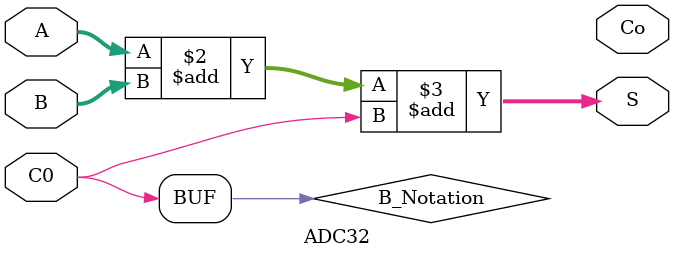
<source format=v>
`timescale 1ns / 1ps
module ADC32(input [31:0] A, 			//´ø½øÎ»µÄ32Î»¼Ó¼õÆ÷£¬¿¼ÂÇÎÞ·ûºÅÊý¼æÈÝ¡£ÔÚÉè¼ÆALUµÄsltÖ¸ÁîÉÏÓÐÇø±ð
				 input [31:0] B, 
				 input C0,		//×îµÍ½øÎ»ÊäÈë
				 output [32:0] S,
				 output Co		//ÐÞ¸ÄÂß¼­·ûºÅ£¬½«½øÎ»·Ö¿ª
				  );
				  

	wire B_Notation = C0 ^ 1'b0;	  

	assign S = A+B+B_Notation;

endmodule

</source>
